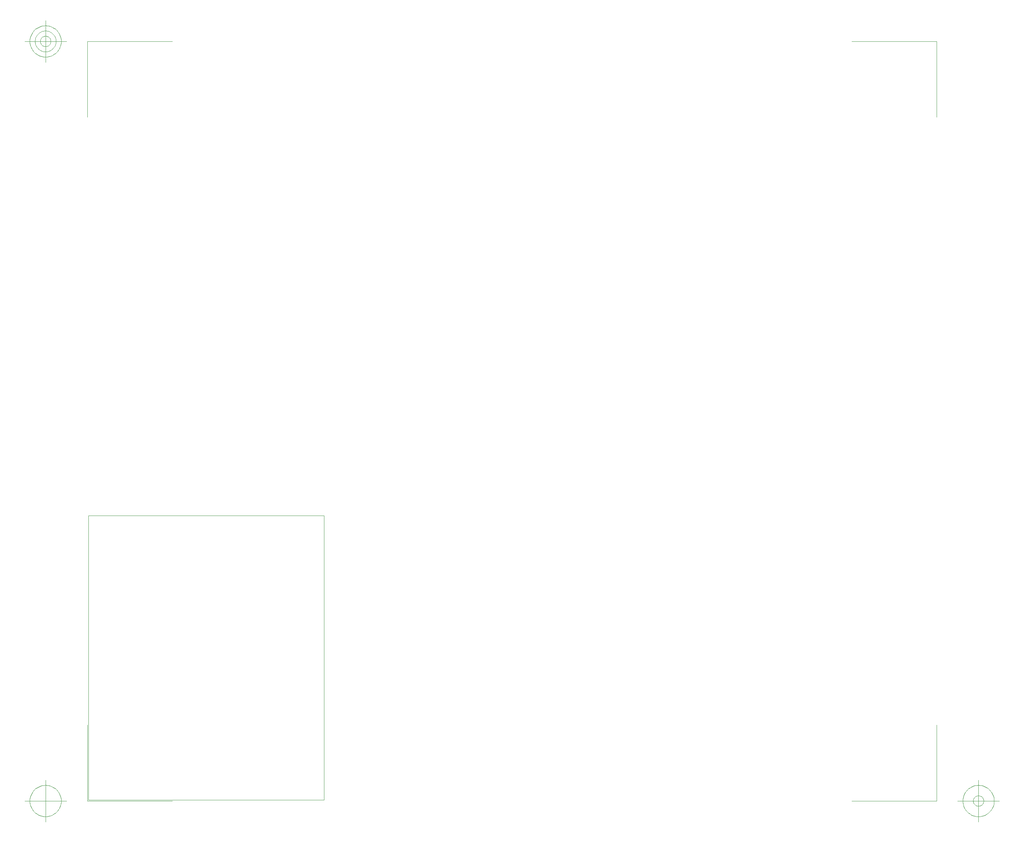
<source format=gbr>
G04 Generated by Ultiboard *
%FSLAX25Y25*%
%MOIN*%

%ADD10C,0.00004*%
%ADD11C,0.00394*%


G04 ColorRGB 00FFFF for the following layer *
%LNBoard Outline*%
%LPD*%
%FSLAX25Y25*%
%MOIN*%
G54D10*
X180000Y89000D02*
X402000Y89000D01*
X402000Y89000D02*
X402000Y357000D01*
X402000Y357000D02*
X180000Y357000D01*
X180000Y357000D02*
X180000Y89000D01*
G54D11*
X178950Y87950D02*
X178950Y159551D01*
X178950Y87950D02*
X258995Y87950D01*
X979398Y87950D02*
X899353Y87950D01*
X979398Y87950D02*
X979398Y159551D01*
X979398Y803962D02*
X979398Y732361D01*
X979398Y803962D02*
X899353Y803962D01*
X178950Y803962D02*
X258995Y803962D01*
X178950Y803962D02*
X178950Y732361D01*
X159265Y87950D02*
X119895Y87950D01*
X139580Y68265D02*
X139580Y107635D01*
X154344Y87950D02*
X154273Y89397D01*
X154273Y89397D02*
X154060Y90830D01*
X154060Y90830D02*
X153708Y92236D01*
X153708Y92236D02*
X153220Y93600D01*
X153220Y93600D02*
X152600Y94910D01*
X152600Y94910D02*
X151856Y96152D01*
X151856Y96152D02*
X150992Y97316D01*
X150992Y97316D02*
X150019Y98390D01*
X150019Y98390D02*
X148946Y99363D01*
X148946Y99363D02*
X147782Y100226D01*
X147782Y100226D02*
X146540Y100970D01*
X146540Y100970D02*
X145230Y101590D01*
X145230Y101590D02*
X143866Y102078D01*
X143866Y102078D02*
X142460Y102430D01*
X142460Y102430D02*
X141027Y102643D01*
X141027Y102643D02*
X139580Y102714D01*
X139580Y102714D02*
X138133Y102643D01*
X138133Y102643D02*
X136700Y102430D01*
X136700Y102430D02*
X135294Y102078D01*
X135294Y102078D02*
X133930Y101590D01*
X133930Y101590D02*
X132620Y100970D01*
X132620Y100970D02*
X131378Y100226D01*
X131378Y100226D02*
X130214Y99363D01*
X130214Y99363D02*
X129140Y98390D01*
X129140Y98390D02*
X128167Y97316D01*
X128167Y97316D02*
X127304Y96152D01*
X127304Y96152D02*
X126559Y94910D01*
X126559Y94910D02*
X125940Y93600D01*
X125940Y93600D02*
X125452Y92236D01*
X125452Y92236D02*
X125100Y90830D01*
X125100Y90830D02*
X124887Y89397D01*
X124887Y89397D02*
X124816Y87950D01*
X124816Y87950D02*
X124887Y86503D01*
X124887Y86503D02*
X125100Y85070D01*
X125100Y85070D02*
X125452Y83664D01*
X125452Y83664D02*
X125940Y82300D01*
X125940Y82300D02*
X126559Y80990D01*
X126559Y80990D02*
X127304Y79748D01*
X127304Y79748D02*
X128167Y78584D01*
X128167Y78584D02*
X129140Y77510D01*
X129140Y77510D02*
X130214Y76537D01*
X130214Y76537D02*
X131378Y75674D01*
X131378Y75674D02*
X132620Y74930D01*
X132620Y74930D02*
X133930Y74310D01*
X133930Y74310D02*
X135294Y73822D01*
X135294Y73822D02*
X136700Y73470D01*
X136700Y73470D02*
X138133Y73257D01*
X138133Y73257D02*
X139580Y73186D01*
X139580Y73186D02*
X141027Y73257D01*
X141027Y73257D02*
X142460Y73470D01*
X142460Y73470D02*
X143866Y73822D01*
X143866Y73822D02*
X145230Y74310D01*
X145230Y74310D02*
X146540Y74930D01*
X146540Y74930D02*
X147782Y75674D01*
X147782Y75674D02*
X148946Y76537D01*
X148946Y76537D02*
X150019Y77510D01*
X150019Y77510D02*
X150992Y78584D01*
X150992Y78584D02*
X151856Y79748D01*
X151856Y79748D02*
X152600Y80990D01*
X152600Y80990D02*
X153220Y82300D01*
X153220Y82300D02*
X153708Y83664D01*
X153708Y83664D02*
X154060Y85070D01*
X154060Y85070D02*
X154273Y86503D01*
X154273Y86503D02*
X154344Y87950D01*
X999083Y87950D02*
X1038453Y87950D01*
X1018768Y68265D02*
X1018768Y107635D01*
X1033531Y87950D02*
X1033460Y89397D01*
X1033460Y89397D02*
X1033248Y90830D01*
X1033248Y90830D02*
X1032896Y92236D01*
X1032896Y92236D02*
X1032408Y93600D01*
X1032408Y93600D02*
X1031788Y94910D01*
X1031788Y94910D02*
X1031043Y96152D01*
X1031043Y96152D02*
X1030180Y97316D01*
X1030180Y97316D02*
X1029207Y98390D01*
X1029207Y98390D02*
X1028134Y99363D01*
X1028134Y99363D02*
X1026970Y100226D01*
X1026970Y100226D02*
X1025727Y100970D01*
X1025727Y100970D02*
X1024418Y101590D01*
X1024418Y101590D02*
X1023053Y102078D01*
X1023053Y102078D02*
X1021648Y102430D01*
X1021648Y102430D02*
X1020215Y102643D01*
X1020215Y102643D02*
X1018768Y102714D01*
X1018768Y102714D02*
X1017321Y102643D01*
X1017321Y102643D02*
X1015887Y102430D01*
X1015887Y102430D02*
X1014482Y102078D01*
X1014482Y102078D02*
X1013118Y101590D01*
X1013118Y101590D02*
X1011808Y100970D01*
X1011808Y100970D02*
X1010565Y100226D01*
X1010565Y100226D02*
X1009402Y99363D01*
X1009402Y99363D02*
X1008328Y98390D01*
X1008328Y98390D02*
X1007355Y97316D01*
X1007355Y97316D02*
X1006492Y96152D01*
X1006492Y96152D02*
X1005747Y94910D01*
X1005747Y94910D02*
X1005128Y93600D01*
X1005128Y93600D02*
X1004640Y92236D01*
X1004640Y92236D02*
X1004288Y90830D01*
X1004288Y90830D02*
X1004075Y89397D01*
X1004075Y89397D02*
X1004004Y87950D01*
X1004004Y87950D02*
X1004075Y86503D01*
X1004075Y86503D02*
X1004288Y85070D01*
X1004288Y85070D02*
X1004640Y83664D01*
X1004640Y83664D02*
X1005128Y82300D01*
X1005128Y82300D02*
X1005747Y80990D01*
X1005747Y80990D02*
X1006492Y79748D01*
X1006492Y79748D02*
X1007355Y78584D01*
X1007355Y78584D02*
X1008328Y77510D01*
X1008328Y77510D02*
X1009402Y76537D01*
X1009402Y76537D02*
X1010565Y75674D01*
X1010565Y75674D02*
X1011808Y74930D01*
X1011808Y74930D02*
X1013118Y74310D01*
X1013118Y74310D02*
X1014482Y73822D01*
X1014482Y73822D02*
X1015887Y73470D01*
X1015887Y73470D02*
X1017321Y73257D01*
X1017321Y73257D02*
X1018768Y73186D01*
X1018768Y73186D02*
X1020215Y73257D01*
X1020215Y73257D02*
X1021648Y73470D01*
X1021648Y73470D02*
X1023053Y73822D01*
X1023053Y73822D02*
X1024418Y74310D01*
X1024418Y74310D02*
X1025727Y74930D01*
X1025727Y74930D02*
X1026970Y75674D01*
X1026970Y75674D02*
X1028134Y76537D01*
X1028134Y76537D02*
X1029207Y77510D01*
X1029207Y77510D02*
X1030180Y78584D01*
X1030180Y78584D02*
X1031043Y79748D01*
X1031043Y79748D02*
X1031788Y80990D01*
X1031788Y80990D02*
X1032408Y82300D01*
X1032408Y82300D02*
X1032896Y83664D01*
X1032896Y83664D02*
X1033248Y85070D01*
X1033248Y85070D02*
X1033460Y86503D01*
X1033460Y86503D02*
X1033531Y87950D01*
X1023689Y87950D02*
X1023665Y88432D01*
X1023665Y88432D02*
X1023594Y88910D01*
X1023594Y88910D02*
X1023477Y89379D01*
X1023477Y89379D02*
X1023314Y89833D01*
X1023314Y89833D02*
X1023108Y90270D01*
X1023108Y90270D02*
X1022860Y90684D01*
X1022860Y90684D02*
X1022572Y91072D01*
X1022572Y91072D02*
X1022248Y91430D01*
X1022248Y91430D02*
X1021890Y91754D01*
X1021890Y91754D02*
X1021502Y92042D01*
X1021502Y92042D02*
X1021088Y92290D01*
X1021088Y92290D02*
X1020651Y92497D01*
X1020651Y92497D02*
X1020196Y92659D01*
X1020196Y92659D02*
X1019728Y92777D01*
X1019728Y92777D02*
X1019250Y92848D01*
X1019250Y92848D02*
X1018768Y92871D01*
X1018768Y92871D02*
X1018285Y92848D01*
X1018285Y92848D02*
X1017808Y92777D01*
X1017808Y92777D02*
X1017339Y92659D01*
X1017339Y92659D02*
X1016884Y92497D01*
X1016884Y92497D02*
X1016448Y92290D01*
X1016448Y92290D02*
X1016034Y92042D01*
X1016034Y92042D02*
X1015646Y91754D01*
X1015646Y91754D02*
X1015288Y91430D01*
X1015288Y91430D02*
X1014964Y91072D01*
X1014964Y91072D02*
X1014676Y90684D01*
X1014676Y90684D02*
X1014428Y90270D01*
X1014428Y90270D02*
X1014221Y89833D01*
X1014221Y89833D02*
X1014058Y89379D01*
X1014058Y89379D02*
X1013941Y88910D01*
X1013941Y88910D02*
X1013870Y88432D01*
X1013870Y88432D02*
X1013846Y87950D01*
X1013846Y87950D02*
X1013870Y87468D01*
X1013870Y87468D02*
X1013941Y86990D01*
X1013941Y86990D02*
X1014058Y86521D01*
X1014058Y86521D02*
X1014221Y86067D01*
X1014221Y86067D02*
X1014428Y85630D01*
X1014428Y85630D02*
X1014676Y85216D01*
X1014676Y85216D02*
X1014964Y84828D01*
X1014964Y84828D02*
X1015288Y84470D01*
X1015288Y84470D02*
X1015646Y84146D01*
X1015646Y84146D02*
X1016034Y83858D01*
X1016034Y83858D02*
X1016448Y83610D01*
X1016448Y83610D02*
X1016884Y83403D01*
X1016884Y83403D02*
X1017339Y83241D01*
X1017339Y83241D02*
X1017808Y83123D01*
X1017808Y83123D02*
X1018285Y83052D01*
X1018285Y83052D02*
X1018768Y83029D01*
X1018768Y83029D02*
X1019250Y83052D01*
X1019250Y83052D02*
X1019728Y83123D01*
X1019728Y83123D02*
X1020196Y83241D01*
X1020196Y83241D02*
X1020651Y83403D01*
X1020651Y83403D02*
X1021088Y83610D01*
X1021088Y83610D02*
X1021502Y83858D01*
X1021502Y83858D02*
X1021890Y84146D01*
X1021890Y84146D02*
X1022248Y84470D01*
X1022248Y84470D02*
X1022572Y84828D01*
X1022572Y84828D02*
X1022860Y85216D01*
X1022860Y85216D02*
X1023108Y85630D01*
X1023108Y85630D02*
X1023314Y86067D01*
X1023314Y86067D02*
X1023477Y86521D01*
X1023477Y86521D02*
X1023594Y86990D01*
X1023594Y86990D02*
X1023665Y87468D01*
X1023665Y87468D02*
X1023689Y87950D01*
X159265Y803962D02*
X119895Y803962D01*
X139580Y784277D02*
X139580Y823647D01*
X154344Y803962D02*
X154273Y805409D01*
X154273Y805409D02*
X154060Y806842D01*
X154060Y806842D02*
X153708Y808248D01*
X153708Y808248D02*
X153220Y809612D01*
X153220Y809612D02*
X152600Y810922D01*
X152600Y810922D02*
X151856Y812164D01*
X151856Y812164D02*
X150992Y813328D01*
X150992Y813328D02*
X150019Y814402D01*
X150019Y814402D02*
X148946Y815375D01*
X148946Y815375D02*
X147782Y816238D01*
X147782Y816238D02*
X146540Y816983D01*
X146540Y816983D02*
X145230Y817602D01*
X145230Y817602D02*
X143866Y818090D01*
X143866Y818090D02*
X142460Y818442D01*
X142460Y818442D02*
X141027Y818655D01*
X141027Y818655D02*
X139580Y818726D01*
X139580Y818726D02*
X138133Y818655D01*
X138133Y818655D02*
X136700Y818442D01*
X136700Y818442D02*
X135294Y818090D01*
X135294Y818090D02*
X133930Y817602D01*
X133930Y817602D02*
X132620Y816983D01*
X132620Y816983D02*
X131378Y816238D01*
X131378Y816238D02*
X130214Y815375D01*
X130214Y815375D02*
X129140Y814402D01*
X129140Y814402D02*
X128167Y813328D01*
X128167Y813328D02*
X127304Y812164D01*
X127304Y812164D02*
X126559Y810922D01*
X126559Y810922D02*
X125940Y809612D01*
X125940Y809612D02*
X125452Y808248D01*
X125452Y808248D02*
X125100Y806842D01*
X125100Y806842D02*
X124887Y805409D01*
X124887Y805409D02*
X124816Y803962D01*
X124816Y803962D02*
X124887Y802515D01*
X124887Y802515D02*
X125100Y801082D01*
X125100Y801082D02*
X125452Y799676D01*
X125452Y799676D02*
X125940Y798312D01*
X125940Y798312D02*
X126559Y797003D01*
X126559Y797003D02*
X127304Y795760D01*
X127304Y795760D02*
X128167Y794596D01*
X128167Y794596D02*
X129140Y793523D01*
X129140Y793523D02*
X130214Y792550D01*
X130214Y792550D02*
X131378Y791686D01*
X131378Y791686D02*
X132620Y790942D01*
X132620Y790942D02*
X133930Y790322D01*
X133930Y790322D02*
X135294Y789834D01*
X135294Y789834D02*
X136700Y789482D01*
X136700Y789482D02*
X138133Y789269D01*
X138133Y789269D02*
X139580Y789198D01*
X139580Y789198D02*
X141027Y789269D01*
X141027Y789269D02*
X142460Y789482D01*
X142460Y789482D02*
X143866Y789834D01*
X143866Y789834D02*
X145230Y790322D01*
X145230Y790322D02*
X146540Y790942D01*
X146540Y790942D02*
X147782Y791686D01*
X147782Y791686D02*
X148946Y792550D01*
X148946Y792550D02*
X150019Y793523D01*
X150019Y793523D02*
X150992Y794596D01*
X150992Y794596D02*
X151856Y795760D01*
X151856Y795760D02*
X152600Y797003D01*
X152600Y797003D02*
X153220Y798312D01*
X153220Y798312D02*
X153708Y799676D01*
X153708Y799676D02*
X154060Y801082D01*
X154060Y801082D02*
X154273Y802515D01*
X154273Y802515D02*
X154344Y803962D01*
X149422Y803962D02*
X149375Y804927D01*
X149375Y804927D02*
X149233Y805882D01*
X149233Y805882D02*
X148999Y806819D01*
X148999Y806819D02*
X148673Y807729D01*
X148673Y807729D02*
X148260Y808602D01*
X148260Y808602D02*
X147764Y809430D01*
X147764Y809430D02*
X147188Y810206D01*
X147188Y810206D02*
X146540Y810922D01*
X146540Y810922D02*
X145824Y811570D01*
X145824Y811570D02*
X145048Y812146D01*
X145048Y812146D02*
X144220Y812642D01*
X144220Y812642D02*
X143346Y813055D01*
X143346Y813055D02*
X142437Y813381D01*
X142437Y813381D02*
X141500Y813615D01*
X141500Y813615D02*
X140545Y813757D01*
X140545Y813757D02*
X139580Y813805D01*
X139580Y813805D02*
X138615Y813757D01*
X138615Y813757D02*
X137660Y813615D01*
X137660Y813615D02*
X136723Y813381D01*
X136723Y813381D02*
X135813Y813055D01*
X135813Y813055D02*
X134940Y812642D01*
X134940Y812642D02*
X134112Y812146D01*
X134112Y812146D02*
X133336Y811570D01*
X133336Y811570D02*
X132620Y810922D01*
X132620Y810922D02*
X131972Y810206D01*
X131972Y810206D02*
X131396Y809430D01*
X131396Y809430D02*
X130900Y808602D01*
X130900Y808602D02*
X130487Y807729D01*
X130487Y807729D02*
X130161Y806819D01*
X130161Y806819D02*
X129927Y805882D01*
X129927Y805882D02*
X129785Y804927D01*
X129785Y804927D02*
X129737Y803962D01*
X129737Y803962D02*
X129785Y802997D01*
X129785Y802997D02*
X129927Y802042D01*
X129927Y802042D02*
X130161Y801105D01*
X130161Y801105D02*
X130487Y800196D01*
X130487Y800196D02*
X130900Y799322D01*
X130900Y799322D02*
X131396Y798494D01*
X131396Y798494D02*
X131972Y797718D01*
X131972Y797718D02*
X132620Y797002D01*
X132620Y797002D02*
X133336Y796354D01*
X133336Y796354D02*
X134112Y795778D01*
X134112Y795778D02*
X134940Y795282D01*
X134940Y795282D02*
X135813Y794869D01*
X135813Y794869D02*
X136723Y794543D01*
X136723Y794543D02*
X137660Y794309D01*
X137660Y794309D02*
X138615Y794167D01*
X138615Y794167D02*
X139580Y794120D01*
X139580Y794120D02*
X140545Y794167D01*
X140545Y794167D02*
X141500Y794309D01*
X141500Y794309D02*
X142437Y794543D01*
X142437Y794543D02*
X143346Y794869D01*
X143346Y794869D02*
X144220Y795282D01*
X144220Y795282D02*
X145048Y795778D01*
X145048Y795778D02*
X145824Y796354D01*
X145824Y796354D02*
X146540Y797002D01*
X146540Y797002D02*
X147188Y797718D01*
X147188Y797718D02*
X147764Y798494D01*
X147764Y798494D02*
X148260Y799322D01*
X148260Y799322D02*
X148673Y800196D01*
X148673Y800196D02*
X148999Y801105D01*
X148999Y801105D02*
X149233Y802042D01*
X149233Y802042D02*
X149375Y802997D01*
X149375Y802997D02*
X149422Y803962D01*
X144501Y803962D02*
X144477Y804444D01*
X144477Y804444D02*
X144407Y804922D01*
X144407Y804922D02*
X144289Y805391D01*
X144289Y805391D02*
X144127Y805845D01*
X144127Y805845D02*
X143920Y806282D01*
X143920Y806282D02*
X143672Y806696D01*
X143672Y806696D02*
X143384Y807084D01*
X143384Y807084D02*
X143060Y807442D01*
X143060Y807442D02*
X142702Y807766D01*
X142702Y807766D02*
X142314Y808054D01*
X142314Y808054D02*
X141900Y808302D01*
X141900Y808302D02*
X141463Y808509D01*
X141463Y808509D02*
X141008Y808671D01*
X141008Y808671D02*
X140540Y808789D01*
X140540Y808789D02*
X140062Y808860D01*
X140062Y808860D02*
X139580Y808883D01*
X139580Y808883D02*
X139098Y808860D01*
X139098Y808860D02*
X138620Y808789D01*
X138620Y808789D02*
X138151Y808671D01*
X138151Y808671D02*
X137697Y808509D01*
X137697Y808509D02*
X137260Y808302D01*
X137260Y808302D02*
X136846Y808054D01*
X136846Y808054D02*
X136458Y807766D01*
X136458Y807766D02*
X136100Y807442D01*
X136100Y807442D02*
X135776Y807084D01*
X135776Y807084D02*
X135488Y806696D01*
X135488Y806696D02*
X135240Y806282D01*
X135240Y806282D02*
X135033Y805845D01*
X135033Y805845D02*
X134871Y805391D01*
X134871Y805391D02*
X134753Y804922D01*
X134753Y804922D02*
X134682Y804444D01*
X134682Y804444D02*
X134659Y803962D01*
X134659Y803962D02*
X134682Y803480D01*
X134682Y803480D02*
X134753Y803002D01*
X134753Y803002D02*
X134871Y802534D01*
X134871Y802534D02*
X135033Y802079D01*
X135033Y802079D02*
X135240Y801642D01*
X135240Y801642D02*
X135488Y801228D01*
X135488Y801228D02*
X135776Y800840D01*
X135776Y800840D02*
X136100Y800482D01*
X136100Y800482D02*
X136458Y800158D01*
X136458Y800158D02*
X136846Y799870D01*
X136846Y799870D02*
X137260Y799622D01*
X137260Y799622D02*
X137697Y799415D01*
X137697Y799415D02*
X138151Y799253D01*
X138151Y799253D02*
X138620Y799135D01*
X138620Y799135D02*
X139098Y799065D01*
X139098Y799065D02*
X139580Y799041D01*
X139580Y799041D02*
X140062Y799065D01*
X140062Y799065D02*
X140540Y799135D01*
X140540Y799135D02*
X141008Y799253D01*
X141008Y799253D02*
X141463Y799415D01*
X141463Y799415D02*
X141900Y799622D01*
X141900Y799622D02*
X142314Y799870D01*
X142314Y799870D02*
X142702Y800158D01*
X142702Y800158D02*
X143060Y800482D01*
X143060Y800482D02*
X143384Y800840D01*
X143384Y800840D02*
X143672Y801228D01*
X143672Y801228D02*
X143920Y801642D01*
X143920Y801642D02*
X144127Y802079D01*
X144127Y802079D02*
X144289Y802534D01*
X144289Y802534D02*
X144407Y803002D01*
X144407Y803002D02*
X144477Y803480D01*
X144477Y803480D02*
X144501Y803962D01*

M00*

</source>
